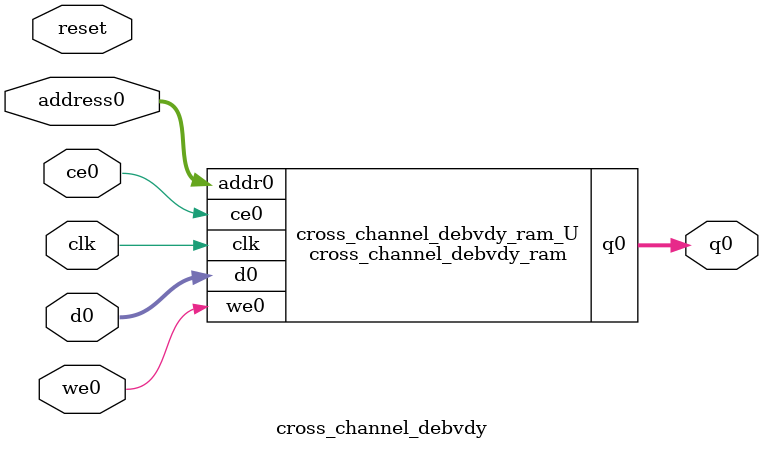
<source format=v>
`timescale 1 ns / 1 ps
module cross_channel_debvdy_ram (addr0, ce0, d0, we0, q0,  clk);

parameter DWIDTH = 8;
parameter AWIDTH = 14;
parameter MEM_SIZE = 16384;

input[AWIDTH-1:0] addr0;
input ce0;
input[DWIDTH-1:0] d0;
input we0;
output reg[DWIDTH-1:0] q0;
input clk;

(* ram_style = "block" *)reg [DWIDTH-1:0] ram[0:MEM_SIZE-1];




always @(posedge clk)  
begin 
    if (ce0) begin
        if (we0) 
            ram[addr0] <= d0; 
        q0 <= ram[addr0];
    end
end


endmodule

`timescale 1 ns / 1 ps
module cross_channel_debvdy(
    reset,
    clk,
    address0,
    ce0,
    we0,
    d0,
    q0);

parameter DataWidth = 32'd8;
parameter AddressRange = 32'd16384;
parameter AddressWidth = 32'd14;
input reset;
input clk;
input[AddressWidth - 1:0] address0;
input ce0;
input we0;
input[DataWidth - 1:0] d0;
output[DataWidth - 1:0] q0;



cross_channel_debvdy_ram cross_channel_debvdy_ram_U(
    .clk( clk ),
    .addr0( address0 ),
    .ce0( ce0 ),
    .we0( we0 ),
    .d0( d0 ),
    .q0( q0 ));

endmodule


</source>
